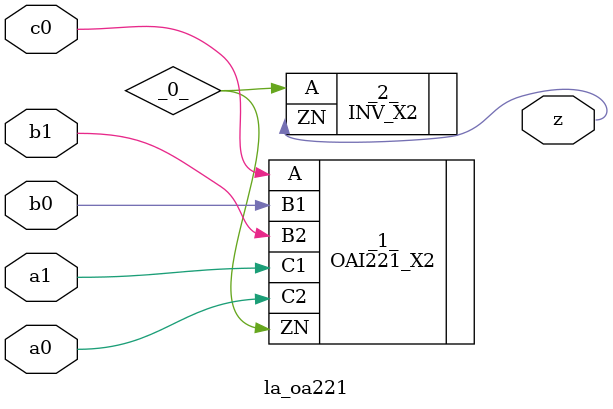
<source format=v>

/* Generated by Yosys 0.44 (git sha1 80ba43d26, g++ 11.4.0-1ubuntu1~22.04 -fPIC -O3) */

(* top =  1  *)
(* src = "inputs/la_oa221.v:10.1-23.10" *)
module la_oa221 (
    a0,
    a1,
    b0,
    b1,
    c0,
    z
);
  wire _0_;
  (* src = "inputs/la_oa221.v:13.12-13.14" *)
  input a0;
  wire a0;
  (* src = "inputs/la_oa221.v:14.12-14.14" *)
  input a1;
  wire a1;
  (* src = "inputs/la_oa221.v:15.12-15.14" *)
  input b0;
  wire b0;
  (* src = "inputs/la_oa221.v:16.12-16.14" *)
  input b1;
  wire b1;
  (* src = "inputs/la_oa221.v:17.12-17.14" *)
  input c0;
  wire c0;
  (* src = "inputs/la_oa221.v:18.12-18.13" *)
  output z;
  wire z;
  OAI221_X2 _1_ (
      .A (c0),
      .B1(b0),
      .B2(b1),
      .C1(a1),
      .C2(a0),
      .ZN(_0_)
  );
  INV_X2 _2_ (
      .A (_0_),
      .ZN(z)
  );
endmodule

</source>
